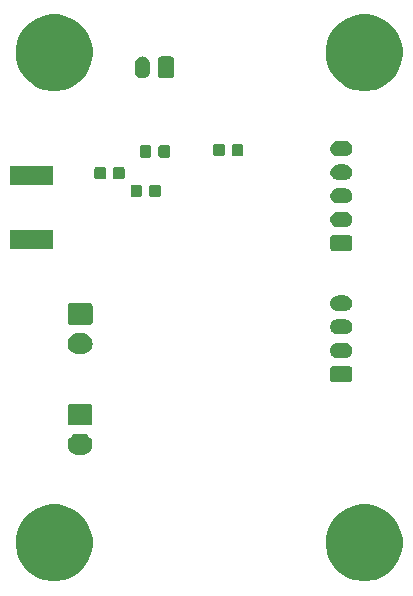
<source format=gbs>
G04 #@! TF.GenerationSoftware,KiCad,Pcbnew,(5.1.4)-1*
G04 #@! TF.CreationDate,2022-02-20T14:50:57-05:00*
G04 #@! TF.ProjectId,Telemetry PCB,54656c65-6d65-4747-9279-205043422e6b,rev?*
G04 #@! TF.SameCoordinates,Original*
G04 #@! TF.FileFunction,Soldermask,Bot*
G04 #@! TF.FilePolarity,Negative*
%FSLAX46Y46*%
G04 Gerber Fmt 4.6, Leading zero omitted, Abs format (unit mm)*
G04 Created by KiCad (PCBNEW (5.1.4)-1) date 2022-02-20 14:50:57*
%MOMM*%
%LPD*%
G04 APERTURE LIST*
%ADD10C,0.100000*%
G04 APERTURE END LIST*
D10*
G36*
X138634239Y-122311467D02*
G01*
X138948282Y-122373934D01*
X139539926Y-122619001D01*
X140072392Y-122974784D01*
X140525216Y-123427608D01*
X140880999Y-123960074D01*
X141126066Y-124551718D01*
X141126066Y-124551719D01*
X141251000Y-125179803D01*
X141251000Y-125820197D01*
X141188533Y-126134239D01*
X141126066Y-126448282D01*
X140880999Y-127039926D01*
X140525216Y-127572392D01*
X140072392Y-128025216D01*
X139539926Y-128380999D01*
X138948282Y-128626066D01*
X138634239Y-128688533D01*
X138320197Y-128751000D01*
X137679803Y-128751000D01*
X137365761Y-128688533D01*
X137051718Y-128626066D01*
X136460074Y-128380999D01*
X135927608Y-128025216D01*
X135474784Y-127572392D01*
X135119001Y-127039926D01*
X134873934Y-126448282D01*
X134811467Y-126134239D01*
X134749000Y-125820197D01*
X134749000Y-125179803D01*
X134873934Y-124551719D01*
X134873934Y-124551718D01*
X135119001Y-123960074D01*
X135474784Y-123427608D01*
X135927608Y-122974784D01*
X136460074Y-122619001D01*
X137051718Y-122373934D01*
X137365761Y-122311467D01*
X137679803Y-122249000D01*
X138320197Y-122249000D01*
X138634239Y-122311467D01*
X138634239Y-122311467D01*
G37*
G36*
X112384239Y-122311467D02*
G01*
X112698282Y-122373934D01*
X113289926Y-122619001D01*
X113822392Y-122974784D01*
X114275216Y-123427608D01*
X114630999Y-123960074D01*
X114876066Y-124551718D01*
X114876066Y-124551719D01*
X115001000Y-125179803D01*
X115001000Y-125820197D01*
X114938533Y-126134239D01*
X114876066Y-126448282D01*
X114630999Y-127039926D01*
X114275216Y-127572392D01*
X113822392Y-128025216D01*
X113289926Y-128380999D01*
X112698282Y-128626066D01*
X112384239Y-128688533D01*
X112070197Y-128751000D01*
X111429803Y-128751000D01*
X111115761Y-128688533D01*
X110801718Y-128626066D01*
X110210074Y-128380999D01*
X109677608Y-128025216D01*
X109224784Y-127572392D01*
X108869001Y-127039926D01*
X108623934Y-126448282D01*
X108561467Y-126134239D01*
X108499000Y-125820197D01*
X108499000Y-125179803D01*
X108623934Y-124551719D01*
X108623934Y-124551718D01*
X108869001Y-123960074D01*
X109224784Y-123427608D01*
X109677608Y-122974784D01*
X110210074Y-122619001D01*
X110801718Y-122373934D01*
X111115761Y-122311467D01*
X111429803Y-122249000D01*
X112070197Y-122249000D01*
X112384239Y-122311467D01*
X112384239Y-122311467D01*
G37*
G36*
X114190443Y-116265519D02*
G01*
X114256627Y-116272037D01*
X114426466Y-116323557D01*
X114582991Y-116407222D01*
X114618729Y-116436552D01*
X114720186Y-116519814D01*
X114803448Y-116621271D01*
X114832778Y-116657009D01*
X114916443Y-116813534D01*
X114967963Y-116983373D01*
X114985359Y-117160000D01*
X114967963Y-117336627D01*
X114916443Y-117506466D01*
X114832778Y-117662991D01*
X114803448Y-117698729D01*
X114720186Y-117800186D01*
X114618729Y-117883448D01*
X114582991Y-117912778D01*
X114426466Y-117996443D01*
X114256627Y-118047963D01*
X114190443Y-118054481D01*
X114124260Y-118061000D01*
X113735740Y-118061000D01*
X113669557Y-118054481D01*
X113603373Y-118047963D01*
X113433534Y-117996443D01*
X113277009Y-117912778D01*
X113241271Y-117883448D01*
X113139814Y-117800186D01*
X113056552Y-117698729D01*
X113027222Y-117662991D01*
X112943557Y-117506466D01*
X112892037Y-117336627D01*
X112874641Y-117160000D01*
X112892037Y-116983373D01*
X112943557Y-116813534D01*
X113027222Y-116657009D01*
X113056552Y-116621271D01*
X113139814Y-116519814D01*
X113241271Y-116436552D01*
X113277009Y-116407222D01*
X113433534Y-116323557D01*
X113603373Y-116272037D01*
X113669557Y-116265519D01*
X113735740Y-116259000D01*
X114124260Y-116259000D01*
X114190443Y-116265519D01*
X114190443Y-116265519D01*
G37*
G36*
X114838600Y-113762989D02*
G01*
X114871652Y-113773015D01*
X114902103Y-113789292D01*
X114928799Y-113811201D01*
X114950708Y-113837897D01*
X114966985Y-113868348D01*
X114977011Y-113901400D01*
X114981000Y-113941903D01*
X114981000Y-115378097D01*
X114977011Y-115418600D01*
X114966985Y-115451652D01*
X114950708Y-115482103D01*
X114928799Y-115508799D01*
X114902103Y-115530708D01*
X114871652Y-115546985D01*
X114838600Y-115557011D01*
X114798097Y-115561000D01*
X113061903Y-115561000D01*
X113021400Y-115557011D01*
X112988348Y-115546985D01*
X112957897Y-115530708D01*
X112931201Y-115508799D01*
X112909292Y-115482103D01*
X112893015Y-115451652D01*
X112882989Y-115418600D01*
X112879000Y-115378097D01*
X112879000Y-113941903D01*
X112882989Y-113901400D01*
X112893015Y-113868348D01*
X112909292Y-113837897D01*
X112931201Y-113811201D01*
X112957897Y-113789292D01*
X112988348Y-113773015D01*
X113021400Y-113762989D01*
X113061903Y-113759000D01*
X114798097Y-113759000D01*
X114838600Y-113762989D01*
X114838600Y-113762989D01*
G37*
G36*
X136806242Y-110563404D02*
G01*
X136843337Y-110574657D01*
X136877515Y-110592925D01*
X136907481Y-110617519D01*
X136932075Y-110647485D01*
X136950343Y-110681663D01*
X136961596Y-110718758D01*
X136966000Y-110763474D01*
X136966000Y-111656526D01*
X136961596Y-111701242D01*
X136950343Y-111738337D01*
X136932075Y-111772515D01*
X136907481Y-111802481D01*
X136877515Y-111827075D01*
X136843337Y-111845343D01*
X136806242Y-111856596D01*
X136761526Y-111861000D01*
X135318474Y-111861000D01*
X135273758Y-111856596D01*
X135236663Y-111845343D01*
X135202485Y-111827075D01*
X135172519Y-111802481D01*
X135147925Y-111772515D01*
X135129657Y-111738337D01*
X135118404Y-111701242D01*
X135114000Y-111656526D01*
X135114000Y-110763474D01*
X135118404Y-110718758D01*
X135129657Y-110681663D01*
X135147925Y-110647485D01*
X135172519Y-110617519D01*
X135202485Y-110592925D01*
X135236663Y-110574657D01*
X135273758Y-110563404D01*
X135318474Y-110559000D01*
X136761526Y-110559000D01*
X136806242Y-110563404D01*
X136806242Y-110563404D01*
G37*
G36*
X136378855Y-108562140D02*
G01*
X136442618Y-108568420D01*
X136533404Y-108595960D01*
X136565336Y-108605646D01*
X136678425Y-108666094D01*
X136777554Y-108747446D01*
X136858906Y-108846575D01*
X136919354Y-108959664D01*
X136919355Y-108959668D01*
X136956580Y-109082382D01*
X136969149Y-109210000D01*
X136956580Y-109337618D01*
X136929040Y-109428404D01*
X136919354Y-109460336D01*
X136858906Y-109573425D01*
X136777554Y-109672554D01*
X136678425Y-109753906D01*
X136565336Y-109814354D01*
X136533404Y-109824040D01*
X136442618Y-109851580D01*
X136378855Y-109857860D01*
X136346974Y-109861000D01*
X135733026Y-109861000D01*
X135701145Y-109857860D01*
X135637382Y-109851580D01*
X135546596Y-109824040D01*
X135514664Y-109814354D01*
X135401575Y-109753906D01*
X135302446Y-109672554D01*
X135221094Y-109573425D01*
X135160646Y-109460336D01*
X135150960Y-109428404D01*
X135123420Y-109337618D01*
X135110851Y-109210000D01*
X135123420Y-109082382D01*
X135160645Y-108959668D01*
X135160646Y-108959664D01*
X135221094Y-108846575D01*
X135302446Y-108747446D01*
X135401575Y-108666094D01*
X135514664Y-108605646D01*
X135546596Y-108595960D01*
X135637382Y-108568420D01*
X135701145Y-108562140D01*
X135733026Y-108559000D01*
X136346974Y-108559000D01*
X136378855Y-108562140D01*
X136378855Y-108562140D01*
G37*
G36*
X114200443Y-107735519D02*
G01*
X114266627Y-107742037D01*
X114436466Y-107793557D01*
X114592991Y-107877222D01*
X114628729Y-107906552D01*
X114730186Y-107989814D01*
X114813448Y-108091271D01*
X114842778Y-108127009D01*
X114926443Y-108283534D01*
X114977963Y-108453373D01*
X114995359Y-108630000D01*
X114977963Y-108806627D01*
X114926443Y-108976466D01*
X114842778Y-109132991D01*
X114813448Y-109168729D01*
X114730186Y-109270186D01*
X114628729Y-109353448D01*
X114592991Y-109382778D01*
X114436466Y-109466443D01*
X114266627Y-109517963D01*
X114200442Y-109524482D01*
X114134260Y-109531000D01*
X113745740Y-109531000D01*
X113679558Y-109524482D01*
X113613373Y-109517963D01*
X113443534Y-109466443D01*
X113287009Y-109382778D01*
X113251271Y-109353448D01*
X113149814Y-109270186D01*
X113066552Y-109168729D01*
X113037222Y-109132991D01*
X112953557Y-108976466D01*
X112902037Y-108806627D01*
X112884641Y-108630000D01*
X112902037Y-108453373D01*
X112953557Y-108283534D01*
X113037222Y-108127009D01*
X113066552Y-108091271D01*
X113149814Y-107989814D01*
X113251271Y-107906552D01*
X113287009Y-107877222D01*
X113443534Y-107793557D01*
X113613373Y-107742037D01*
X113679557Y-107735519D01*
X113745740Y-107729000D01*
X114134260Y-107729000D01*
X114200443Y-107735519D01*
X114200443Y-107735519D01*
G37*
G36*
X136378855Y-106562140D02*
G01*
X136442618Y-106568420D01*
X136533404Y-106595960D01*
X136565336Y-106605646D01*
X136678425Y-106666094D01*
X136777554Y-106747446D01*
X136858906Y-106846575D01*
X136919354Y-106959664D01*
X136919355Y-106959668D01*
X136956580Y-107082382D01*
X136969149Y-107210000D01*
X136956580Y-107337618D01*
X136929040Y-107428404D01*
X136919354Y-107460336D01*
X136858906Y-107573425D01*
X136777554Y-107672554D01*
X136678425Y-107753906D01*
X136565336Y-107814354D01*
X136533404Y-107824040D01*
X136442618Y-107851580D01*
X136378855Y-107857860D01*
X136346974Y-107861000D01*
X135733026Y-107861000D01*
X135701145Y-107857860D01*
X135637382Y-107851580D01*
X135546596Y-107824040D01*
X135514664Y-107814354D01*
X135401575Y-107753906D01*
X135302446Y-107672554D01*
X135221094Y-107573425D01*
X135160646Y-107460336D01*
X135150960Y-107428404D01*
X135123420Y-107337618D01*
X135110851Y-107210000D01*
X135123420Y-107082382D01*
X135160645Y-106959668D01*
X135160646Y-106959664D01*
X135221094Y-106846575D01*
X135302446Y-106747446D01*
X135401575Y-106666094D01*
X135514664Y-106605646D01*
X135546596Y-106595960D01*
X135637382Y-106568420D01*
X135701145Y-106562140D01*
X135733026Y-106559000D01*
X136346974Y-106559000D01*
X136378855Y-106562140D01*
X136378855Y-106562140D01*
G37*
G36*
X114848600Y-105232989D02*
G01*
X114881652Y-105243015D01*
X114912103Y-105259292D01*
X114938799Y-105281201D01*
X114960708Y-105307897D01*
X114976985Y-105338348D01*
X114987011Y-105371400D01*
X114991000Y-105411903D01*
X114991000Y-106848097D01*
X114987011Y-106888600D01*
X114976985Y-106921652D01*
X114960708Y-106952103D01*
X114938799Y-106978799D01*
X114912103Y-107000708D01*
X114881652Y-107016985D01*
X114848600Y-107027011D01*
X114808097Y-107031000D01*
X113071903Y-107031000D01*
X113031400Y-107027011D01*
X112998348Y-107016985D01*
X112967897Y-107000708D01*
X112941201Y-106978799D01*
X112919292Y-106952103D01*
X112903015Y-106921652D01*
X112892989Y-106888600D01*
X112889000Y-106848097D01*
X112889000Y-105411903D01*
X112892989Y-105371400D01*
X112903015Y-105338348D01*
X112919292Y-105307897D01*
X112941201Y-105281201D01*
X112967897Y-105259292D01*
X112998348Y-105243015D01*
X113031400Y-105232989D01*
X113071903Y-105229000D01*
X114808097Y-105229000D01*
X114848600Y-105232989D01*
X114848600Y-105232989D01*
G37*
G36*
X136378855Y-104562140D02*
G01*
X136442618Y-104568420D01*
X136533404Y-104595960D01*
X136565336Y-104605646D01*
X136678425Y-104666094D01*
X136777554Y-104747446D01*
X136858906Y-104846575D01*
X136919354Y-104959664D01*
X136919355Y-104959668D01*
X136956580Y-105082382D01*
X136969149Y-105210000D01*
X136956580Y-105337618D01*
X136934046Y-105411903D01*
X136919354Y-105460336D01*
X136858906Y-105573425D01*
X136777554Y-105672554D01*
X136678425Y-105753906D01*
X136565336Y-105814354D01*
X136533404Y-105824040D01*
X136442618Y-105851580D01*
X136378855Y-105857860D01*
X136346974Y-105861000D01*
X135733026Y-105861000D01*
X135701145Y-105857860D01*
X135637382Y-105851580D01*
X135546596Y-105824040D01*
X135514664Y-105814354D01*
X135401575Y-105753906D01*
X135302446Y-105672554D01*
X135221094Y-105573425D01*
X135160646Y-105460336D01*
X135145954Y-105411903D01*
X135123420Y-105337618D01*
X135110851Y-105210000D01*
X135123420Y-105082382D01*
X135160645Y-104959668D01*
X135160646Y-104959664D01*
X135221094Y-104846575D01*
X135302446Y-104747446D01*
X135401575Y-104666094D01*
X135514664Y-104605646D01*
X135546596Y-104595960D01*
X135637382Y-104568420D01*
X135701145Y-104562140D01*
X135733026Y-104559000D01*
X136346974Y-104559000D01*
X136378855Y-104562140D01*
X136378855Y-104562140D01*
G37*
G36*
X136816242Y-99473404D02*
G01*
X136853337Y-99484657D01*
X136887515Y-99502925D01*
X136917481Y-99527519D01*
X136942075Y-99557485D01*
X136960343Y-99591663D01*
X136971596Y-99628758D01*
X136976000Y-99673474D01*
X136976000Y-100566526D01*
X136971596Y-100611242D01*
X136960343Y-100648337D01*
X136942075Y-100682515D01*
X136917481Y-100712481D01*
X136887515Y-100737075D01*
X136853337Y-100755343D01*
X136816242Y-100766596D01*
X136771526Y-100771000D01*
X135328474Y-100771000D01*
X135283758Y-100766596D01*
X135246663Y-100755343D01*
X135212485Y-100737075D01*
X135182519Y-100712481D01*
X135157925Y-100682515D01*
X135139657Y-100648337D01*
X135128404Y-100611242D01*
X135124000Y-100566526D01*
X135124000Y-99673474D01*
X135128404Y-99628758D01*
X135139657Y-99591663D01*
X135157925Y-99557485D01*
X135182519Y-99527519D01*
X135212485Y-99502925D01*
X135246663Y-99484657D01*
X135283758Y-99473404D01*
X135328474Y-99469000D01*
X136771526Y-99469000D01*
X136816242Y-99473404D01*
X136816242Y-99473404D01*
G37*
G36*
X111641000Y-100631000D02*
G01*
X108039000Y-100631000D01*
X108039000Y-99029000D01*
X111641000Y-99029000D01*
X111641000Y-100631000D01*
X111641000Y-100631000D01*
G37*
G36*
X136388855Y-97472140D02*
G01*
X136452618Y-97478420D01*
X136543404Y-97505960D01*
X136575336Y-97515646D01*
X136688425Y-97576094D01*
X136787554Y-97657446D01*
X136868906Y-97756575D01*
X136929354Y-97869664D01*
X136929355Y-97869668D01*
X136966580Y-97992382D01*
X136979149Y-98120000D01*
X136966580Y-98247618D01*
X136939040Y-98338404D01*
X136929354Y-98370336D01*
X136868906Y-98483425D01*
X136787554Y-98582554D01*
X136688425Y-98663906D01*
X136575336Y-98724354D01*
X136543404Y-98734040D01*
X136452618Y-98761580D01*
X136388855Y-98767860D01*
X136356974Y-98771000D01*
X135743026Y-98771000D01*
X135711145Y-98767860D01*
X135647382Y-98761580D01*
X135556596Y-98734040D01*
X135524664Y-98724354D01*
X135411575Y-98663906D01*
X135312446Y-98582554D01*
X135231094Y-98483425D01*
X135170646Y-98370336D01*
X135160960Y-98338404D01*
X135133420Y-98247618D01*
X135120851Y-98120000D01*
X135133420Y-97992382D01*
X135170645Y-97869668D01*
X135170646Y-97869664D01*
X135231094Y-97756575D01*
X135312446Y-97657446D01*
X135411575Y-97576094D01*
X135524664Y-97515646D01*
X135556596Y-97505960D01*
X135647382Y-97478420D01*
X135711145Y-97472140D01*
X135743026Y-97469000D01*
X136356974Y-97469000D01*
X136388855Y-97472140D01*
X136388855Y-97472140D01*
G37*
G36*
X136388855Y-95472140D02*
G01*
X136452618Y-95478420D01*
X136543404Y-95505960D01*
X136575336Y-95515646D01*
X136688425Y-95576094D01*
X136787554Y-95657446D01*
X136868906Y-95756575D01*
X136929354Y-95869664D01*
X136929355Y-95869668D01*
X136966580Y-95992382D01*
X136979149Y-96120000D01*
X136966580Y-96247618D01*
X136939040Y-96338404D01*
X136929354Y-96370336D01*
X136868906Y-96483425D01*
X136787554Y-96582554D01*
X136688425Y-96663906D01*
X136575336Y-96724354D01*
X136543404Y-96734040D01*
X136452618Y-96761580D01*
X136388855Y-96767860D01*
X136356974Y-96771000D01*
X135743026Y-96771000D01*
X135711145Y-96767860D01*
X135647382Y-96761580D01*
X135556596Y-96734040D01*
X135524664Y-96724354D01*
X135411575Y-96663906D01*
X135312446Y-96582554D01*
X135231094Y-96483425D01*
X135170646Y-96370336D01*
X135160960Y-96338404D01*
X135133420Y-96247618D01*
X135120851Y-96120000D01*
X135133420Y-95992382D01*
X135170645Y-95869668D01*
X135170646Y-95869664D01*
X135231094Y-95756575D01*
X135312446Y-95657446D01*
X135411575Y-95576094D01*
X135524664Y-95515646D01*
X135556596Y-95505960D01*
X135647382Y-95478420D01*
X135711145Y-95472140D01*
X135743026Y-95469000D01*
X136356974Y-95469000D01*
X136388855Y-95472140D01*
X136388855Y-95472140D01*
G37*
G36*
X120612091Y-95178085D02*
G01*
X120646069Y-95188393D01*
X120677390Y-95205134D01*
X120704839Y-95227661D01*
X120727366Y-95255110D01*
X120744107Y-95286431D01*
X120754415Y-95320409D01*
X120758500Y-95361890D01*
X120758500Y-96038110D01*
X120754415Y-96079591D01*
X120744107Y-96113569D01*
X120727366Y-96144890D01*
X120704839Y-96172339D01*
X120677390Y-96194866D01*
X120646069Y-96211607D01*
X120612091Y-96221915D01*
X120570610Y-96226000D01*
X119969390Y-96226000D01*
X119927909Y-96221915D01*
X119893931Y-96211607D01*
X119862610Y-96194866D01*
X119835161Y-96172339D01*
X119812634Y-96144890D01*
X119795893Y-96113569D01*
X119785585Y-96079591D01*
X119781500Y-96038110D01*
X119781500Y-95361890D01*
X119785585Y-95320409D01*
X119795893Y-95286431D01*
X119812634Y-95255110D01*
X119835161Y-95227661D01*
X119862610Y-95205134D01*
X119893931Y-95188393D01*
X119927909Y-95178085D01*
X119969390Y-95174000D01*
X120570610Y-95174000D01*
X120612091Y-95178085D01*
X120612091Y-95178085D01*
G37*
G36*
X119037091Y-95178085D02*
G01*
X119071069Y-95188393D01*
X119102390Y-95205134D01*
X119129839Y-95227661D01*
X119152366Y-95255110D01*
X119169107Y-95286431D01*
X119179415Y-95320409D01*
X119183500Y-95361890D01*
X119183500Y-96038110D01*
X119179415Y-96079591D01*
X119169107Y-96113569D01*
X119152366Y-96144890D01*
X119129839Y-96172339D01*
X119102390Y-96194866D01*
X119071069Y-96211607D01*
X119037091Y-96221915D01*
X118995610Y-96226000D01*
X118394390Y-96226000D01*
X118352909Y-96221915D01*
X118318931Y-96211607D01*
X118287610Y-96194866D01*
X118260161Y-96172339D01*
X118237634Y-96144890D01*
X118220893Y-96113569D01*
X118210585Y-96079591D01*
X118206500Y-96038110D01*
X118206500Y-95361890D01*
X118210585Y-95320409D01*
X118220893Y-95286431D01*
X118237634Y-95255110D01*
X118260161Y-95227661D01*
X118287610Y-95205134D01*
X118318931Y-95188393D01*
X118352909Y-95178085D01*
X118394390Y-95174000D01*
X118995610Y-95174000D01*
X119037091Y-95178085D01*
X119037091Y-95178085D01*
G37*
G36*
X111641000Y-95231000D02*
G01*
X108039000Y-95231000D01*
X108039000Y-93629000D01*
X111641000Y-93629000D01*
X111641000Y-95231000D01*
X111641000Y-95231000D01*
G37*
G36*
X136388855Y-93472140D02*
G01*
X136452618Y-93478420D01*
X136543404Y-93505960D01*
X136575336Y-93515646D01*
X136688425Y-93576094D01*
X136787554Y-93657446D01*
X136868906Y-93756575D01*
X136929354Y-93869664D01*
X136939040Y-93901596D01*
X136966580Y-93992382D01*
X136979149Y-94120000D01*
X136966580Y-94247618D01*
X136939040Y-94338404D01*
X136929354Y-94370336D01*
X136868906Y-94483425D01*
X136787554Y-94582554D01*
X136688425Y-94663906D01*
X136575336Y-94724354D01*
X136543404Y-94734040D01*
X136452618Y-94761580D01*
X136388855Y-94767860D01*
X136356974Y-94771000D01*
X135743026Y-94771000D01*
X135711145Y-94767860D01*
X135647382Y-94761580D01*
X135556596Y-94734040D01*
X135524664Y-94724354D01*
X135411575Y-94663906D01*
X135312446Y-94582554D01*
X135231094Y-94483425D01*
X135170646Y-94370336D01*
X135160960Y-94338404D01*
X135133420Y-94247618D01*
X135120851Y-94120000D01*
X135133420Y-93992382D01*
X135160960Y-93901596D01*
X135170646Y-93869664D01*
X135231094Y-93756575D01*
X135312446Y-93657446D01*
X135411575Y-93576094D01*
X135524664Y-93515646D01*
X135556596Y-93505960D01*
X135647382Y-93478420D01*
X135711145Y-93472140D01*
X135743026Y-93469000D01*
X136356974Y-93469000D01*
X136388855Y-93472140D01*
X136388855Y-93472140D01*
G37*
G36*
X115987091Y-93678085D02*
G01*
X116021069Y-93688393D01*
X116052390Y-93705134D01*
X116079839Y-93727661D01*
X116102366Y-93755110D01*
X116119107Y-93786431D01*
X116129415Y-93820409D01*
X116133500Y-93861890D01*
X116133500Y-94538110D01*
X116129415Y-94579591D01*
X116119107Y-94613569D01*
X116102366Y-94644890D01*
X116079839Y-94672339D01*
X116052390Y-94694866D01*
X116021069Y-94711607D01*
X115987091Y-94721915D01*
X115945610Y-94726000D01*
X115344390Y-94726000D01*
X115302909Y-94721915D01*
X115268931Y-94711607D01*
X115237610Y-94694866D01*
X115210161Y-94672339D01*
X115187634Y-94644890D01*
X115170893Y-94613569D01*
X115160585Y-94579591D01*
X115156500Y-94538110D01*
X115156500Y-93861890D01*
X115160585Y-93820409D01*
X115170893Y-93786431D01*
X115187634Y-93755110D01*
X115210161Y-93727661D01*
X115237610Y-93705134D01*
X115268931Y-93688393D01*
X115302909Y-93678085D01*
X115344390Y-93674000D01*
X115945610Y-93674000D01*
X115987091Y-93678085D01*
X115987091Y-93678085D01*
G37*
G36*
X117562091Y-93678085D02*
G01*
X117596069Y-93688393D01*
X117627390Y-93705134D01*
X117654839Y-93727661D01*
X117677366Y-93755110D01*
X117694107Y-93786431D01*
X117704415Y-93820409D01*
X117708500Y-93861890D01*
X117708500Y-94538110D01*
X117704415Y-94579591D01*
X117694107Y-94613569D01*
X117677366Y-94644890D01*
X117654839Y-94672339D01*
X117627390Y-94694866D01*
X117596069Y-94711607D01*
X117562091Y-94721915D01*
X117520610Y-94726000D01*
X116919390Y-94726000D01*
X116877909Y-94721915D01*
X116843931Y-94711607D01*
X116812610Y-94694866D01*
X116785161Y-94672339D01*
X116762634Y-94644890D01*
X116745893Y-94613569D01*
X116735585Y-94579591D01*
X116731500Y-94538110D01*
X116731500Y-93861890D01*
X116735585Y-93820409D01*
X116745893Y-93786431D01*
X116762634Y-93755110D01*
X116785161Y-93727661D01*
X116812610Y-93705134D01*
X116843931Y-93688393D01*
X116877909Y-93678085D01*
X116919390Y-93674000D01*
X117520610Y-93674000D01*
X117562091Y-93678085D01*
X117562091Y-93678085D01*
G37*
G36*
X119817091Y-91838085D02*
G01*
X119851069Y-91848393D01*
X119882390Y-91865134D01*
X119909839Y-91887661D01*
X119932366Y-91915110D01*
X119949107Y-91946431D01*
X119959415Y-91980409D01*
X119963500Y-92021890D01*
X119963500Y-92698110D01*
X119959415Y-92739591D01*
X119949107Y-92773569D01*
X119932366Y-92804890D01*
X119909839Y-92832339D01*
X119882390Y-92854866D01*
X119851069Y-92871607D01*
X119817091Y-92881915D01*
X119775610Y-92886000D01*
X119174390Y-92886000D01*
X119132909Y-92881915D01*
X119098931Y-92871607D01*
X119067610Y-92854866D01*
X119040161Y-92832339D01*
X119017634Y-92804890D01*
X119000893Y-92773569D01*
X118990585Y-92739591D01*
X118986500Y-92698110D01*
X118986500Y-92021890D01*
X118990585Y-91980409D01*
X119000893Y-91946431D01*
X119017634Y-91915110D01*
X119040161Y-91887661D01*
X119067610Y-91865134D01*
X119098931Y-91848393D01*
X119132909Y-91838085D01*
X119174390Y-91834000D01*
X119775610Y-91834000D01*
X119817091Y-91838085D01*
X119817091Y-91838085D01*
G37*
G36*
X121392091Y-91838085D02*
G01*
X121426069Y-91848393D01*
X121457390Y-91865134D01*
X121484839Y-91887661D01*
X121507366Y-91915110D01*
X121524107Y-91946431D01*
X121534415Y-91980409D01*
X121538500Y-92021890D01*
X121538500Y-92698110D01*
X121534415Y-92739591D01*
X121524107Y-92773569D01*
X121507366Y-92804890D01*
X121484839Y-92832339D01*
X121457390Y-92854866D01*
X121426069Y-92871607D01*
X121392091Y-92881915D01*
X121350610Y-92886000D01*
X120749390Y-92886000D01*
X120707909Y-92881915D01*
X120673931Y-92871607D01*
X120642610Y-92854866D01*
X120615161Y-92832339D01*
X120592634Y-92804890D01*
X120575893Y-92773569D01*
X120565585Y-92739591D01*
X120561500Y-92698110D01*
X120561500Y-92021890D01*
X120565585Y-91980409D01*
X120575893Y-91946431D01*
X120592634Y-91915110D01*
X120615161Y-91887661D01*
X120642610Y-91865134D01*
X120673931Y-91848393D01*
X120707909Y-91838085D01*
X120749390Y-91834000D01*
X121350610Y-91834000D01*
X121392091Y-91838085D01*
X121392091Y-91838085D01*
G37*
G36*
X127617091Y-91728085D02*
G01*
X127651069Y-91738393D01*
X127682390Y-91755134D01*
X127709839Y-91777661D01*
X127732366Y-91805110D01*
X127749107Y-91836431D01*
X127759415Y-91870409D01*
X127763500Y-91911890D01*
X127763500Y-92588110D01*
X127759415Y-92629591D01*
X127749107Y-92663569D01*
X127732366Y-92694890D01*
X127709839Y-92722339D01*
X127682390Y-92744866D01*
X127651069Y-92761607D01*
X127617091Y-92771915D01*
X127575610Y-92776000D01*
X126974390Y-92776000D01*
X126932909Y-92771915D01*
X126898931Y-92761607D01*
X126867610Y-92744866D01*
X126840161Y-92722339D01*
X126817634Y-92694890D01*
X126800893Y-92663569D01*
X126790585Y-92629591D01*
X126786500Y-92588110D01*
X126786500Y-91911890D01*
X126790585Y-91870409D01*
X126800893Y-91836431D01*
X126817634Y-91805110D01*
X126840161Y-91777661D01*
X126867610Y-91755134D01*
X126898931Y-91738393D01*
X126932909Y-91728085D01*
X126974390Y-91724000D01*
X127575610Y-91724000D01*
X127617091Y-91728085D01*
X127617091Y-91728085D01*
G37*
G36*
X126042091Y-91728085D02*
G01*
X126076069Y-91738393D01*
X126107390Y-91755134D01*
X126134839Y-91777661D01*
X126157366Y-91805110D01*
X126174107Y-91836431D01*
X126184415Y-91870409D01*
X126188500Y-91911890D01*
X126188500Y-92588110D01*
X126184415Y-92629591D01*
X126174107Y-92663569D01*
X126157366Y-92694890D01*
X126134839Y-92722339D01*
X126107390Y-92744866D01*
X126076069Y-92761607D01*
X126042091Y-92771915D01*
X126000610Y-92776000D01*
X125399390Y-92776000D01*
X125357909Y-92771915D01*
X125323931Y-92761607D01*
X125292610Y-92744866D01*
X125265161Y-92722339D01*
X125242634Y-92694890D01*
X125225893Y-92663569D01*
X125215585Y-92629591D01*
X125211500Y-92588110D01*
X125211500Y-91911890D01*
X125215585Y-91870409D01*
X125225893Y-91836431D01*
X125242634Y-91805110D01*
X125265161Y-91777661D01*
X125292610Y-91755134D01*
X125323931Y-91738393D01*
X125357909Y-91728085D01*
X125399390Y-91724000D01*
X126000610Y-91724000D01*
X126042091Y-91728085D01*
X126042091Y-91728085D01*
G37*
G36*
X136388855Y-91472140D02*
G01*
X136452618Y-91478420D01*
X136543404Y-91505960D01*
X136575336Y-91515646D01*
X136688425Y-91576094D01*
X136787554Y-91657446D01*
X136868906Y-91756575D01*
X136929354Y-91869664D01*
X136929355Y-91869668D01*
X136966580Y-91992382D01*
X136979149Y-92120000D01*
X136966580Y-92247618D01*
X136939040Y-92338404D01*
X136929354Y-92370336D01*
X136868906Y-92483425D01*
X136787554Y-92582554D01*
X136688425Y-92663906D01*
X136575336Y-92724354D01*
X136543404Y-92734040D01*
X136452618Y-92761580D01*
X136388855Y-92767860D01*
X136356974Y-92771000D01*
X135743026Y-92771000D01*
X135711145Y-92767860D01*
X135647382Y-92761580D01*
X135556596Y-92734040D01*
X135524664Y-92724354D01*
X135411575Y-92663906D01*
X135312446Y-92582554D01*
X135231094Y-92483425D01*
X135170646Y-92370336D01*
X135160960Y-92338404D01*
X135133420Y-92247618D01*
X135120851Y-92120000D01*
X135133420Y-91992382D01*
X135170645Y-91869668D01*
X135170646Y-91869664D01*
X135231094Y-91756575D01*
X135312446Y-91657446D01*
X135411575Y-91576094D01*
X135524664Y-91515646D01*
X135556596Y-91505960D01*
X135647382Y-91478420D01*
X135711145Y-91472140D01*
X135743026Y-91469000D01*
X136356974Y-91469000D01*
X136388855Y-91472140D01*
X136388855Y-91472140D01*
G37*
G36*
X138634239Y-80811467D02*
G01*
X138948282Y-80873934D01*
X139539926Y-81119001D01*
X140072392Y-81474784D01*
X140525216Y-81927608D01*
X140880999Y-82460074D01*
X141126066Y-83051718D01*
X141126066Y-83051719D01*
X141251000Y-83679803D01*
X141251000Y-84320197D01*
X141218466Y-84483758D01*
X141126066Y-84948282D01*
X140880999Y-85539926D01*
X140648139Y-85888425D01*
X140527546Y-86068906D01*
X140525216Y-86072392D01*
X140072392Y-86525216D01*
X139539926Y-86880999D01*
X138948282Y-87126066D01*
X138634239Y-87188533D01*
X138320197Y-87251000D01*
X137679803Y-87251000D01*
X137365761Y-87188533D01*
X137051718Y-87126066D01*
X136460074Y-86880999D01*
X135927608Y-86525216D01*
X135474784Y-86072392D01*
X135472455Y-86068906D01*
X135351861Y-85888425D01*
X135119001Y-85539926D01*
X134873934Y-84948282D01*
X134781534Y-84483758D01*
X134749000Y-84320197D01*
X134749000Y-83679803D01*
X134873934Y-83051719D01*
X134873934Y-83051718D01*
X135119001Y-82460074D01*
X135474784Y-81927608D01*
X135927608Y-81474784D01*
X136460074Y-81119001D01*
X137051718Y-80873934D01*
X137365761Y-80811467D01*
X137679803Y-80749000D01*
X138320197Y-80749000D01*
X138634239Y-80811467D01*
X138634239Y-80811467D01*
G37*
G36*
X112384239Y-80811467D02*
G01*
X112698282Y-80873934D01*
X113289926Y-81119001D01*
X113822392Y-81474784D01*
X114275216Y-81927608D01*
X114630999Y-82460074D01*
X114876066Y-83051718D01*
X114876066Y-83051719D01*
X115001000Y-83679803D01*
X115001000Y-84320197D01*
X114968466Y-84483758D01*
X114876066Y-84948282D01*
X114630999Y-85539926D01*
X114398139Y-85888425D01*
X114277546Y-86068906D01*
X114275216Y-86072392D01*
X113822392Y-86525216D01*
X113289926Y-86880999D01*
X112698282Y-87126066D01*
X112384239Y-87188533D01*
X112070197Y-87251000D01*
X111429803Y-87251000D01*
X111115761Y-87188533D01*
X110801718Y-87126066D01*
X110210074Y-86880999D01*
X109677608Y-86525216D01*
X109224784Y-86072392D01*
X109222455Y-86068906D01*
X109101861Y-85888425D01*
X108869001Y-85539926D01*
X108623934Y-84948282D01*
X108531534Y-84483758D01*
X108499000Y-84320197D01*
X108499000Y-83679803D01*
X108623934Y-83051719D01*
X108623934Y-83051718D01*
X108869001Y-82460074D01*
X109224784Y-81927608D01*
X109677608Y-81474784D01*
X110210074Y-81119001D01*
X110801718Y-80873934D01*
X111115761Y-80811467D01*
X111429803Y-80749000D01*
X112070197Y-80749000D01*
X112384239Y-80811467D01*
X112384239Y-80811467D01*
G37*
G36*
X119327618Y-84333420D02*
G01*
X119408400Y-84357925D01*
X119450336Y-84370646D01*
X119563425Y-84431094D01*
X119662554Y-84512446D01*
X119743906Y-84611575D01*
X119804354Y-84724664D01*
X119804355Y-84724668D01*
X119841580Y-84847382D01*
X119851000Y-84943027D01*
X119851000Y-85556973D01*
X119841580Y-85652618D01*
X119814625Y-85741476D01*
X119804354Y-85775336D01*
X119743906Y-85888425D01*
X119662554Y-85987553D01*
X119563424Y-86068906D01*
X119450335Y-86129354D01*
X119418403Y-86139040D01*
X119327617Y-86166580D01*
X119200000Y-86179149D01*
X119072382Y-86166580D01*
X118981596Y-86139040D01*
X118949664Y-86129354D01*
X118836575Y-86068906D01*
X118737447Y-85987554D01*
X118656094Y-85888424D01*
X118595646Y-85775335D01*
X118558426Y-85652636D01*
X118558420Y-85652617D01*
X118549000Y-85556972D01*
X118549000Y-84943027D01*
X118558420Y-84847382D01*
X118595645Y-84724668D01*
X118595645Y-84724667D01*
X118627957Y-84664217D01*
X118656095Y-84611574D01*
X118669493Y-84595249D01*
X118737447Y-84512446D01*
X118836576Y-84431094D01*
X118949665Y-84370646D01*
X118991601Y-84357925D01*
X119072383Y-84333420D01*
X119200000Y-84320851D01*
X119327618Y-84333420D01*
X119327618Y-84333420D01*
G37*
G36*
X121691242Y-84328404D02*
G01*
X121728337Y-84339657D01*
X121762515Y-84357925D01*
X121792481Y-84382519D01*
X121817075Y-84412485D01*
X121835343Y-84446663D01*
X121846596Y-84483758D01*
X121851000Y-84528474D01*
X121851000Y-85971526D01*
X121846596Y-86016242D01*
X121835343Y-86053337D01*
X121817075Y-86087515D01*
X121792481Y-86117481D01*
X121762515Y-86142075D01*
X121728337Y-86160343D01*
X121691242Y-86171596D01*
X121646526Y-86176000D01*
X120753474Y-86176000D01*
X120708758Y-86171596D01*
X120671663Y-86160343D01*
X120637485Y-86142075D01*
X120607519Y-86117481D01*
X120582925Y-86087515D01*
X120564657Y-86053337D01*
X120553404Y-86016242D01*
X120549000Y-85971526D01*
X120549000Y-84528474D01*
X120553404Y-84483758D01*
X120564657Y-84446663D01*
X120582925Y-84412485D01*
X120607519Y-84382519D01*
X120637485Y-84357925D01*
X120671663Y-84339657D01*
X120708758Y-84328404D01*
X120753474Y-84324000D01*
X121646526Y-84324000D01*
X121691242Y-84328404D01*
X121691242Y-84328404D01*
G37*
M02*

</source>
